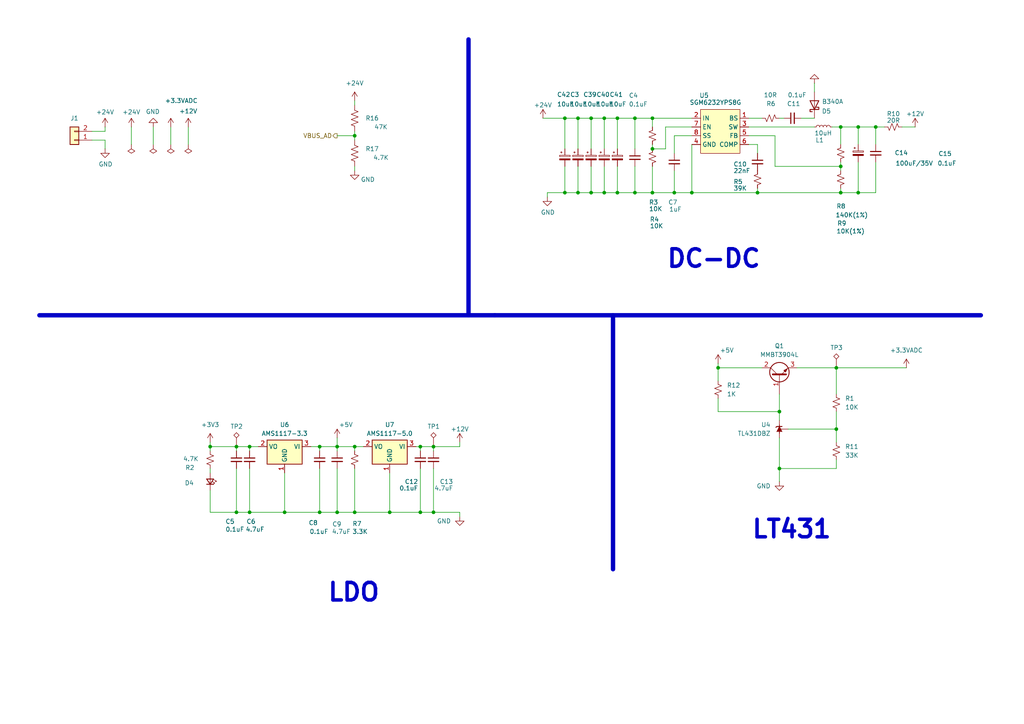
<source format=kicad_sch>
(kicad_sch (version 20231120) (generator "eeschema") (generator_version "8.0")
  (paper "A4")
  (lib_symbols
    (symbol "+12V_1" (power) (pin_numbers hide) (pin_names (offset 0) hide)
      (property "Value" "+12V" (at 0 3.556 0))
      (symbol "+12V_1_0_1"
        (polyline (pts (xy -0.762 1.27) (xy 0 2.54)))
        (polyline (pts (xy 0 0) (xy 0 2.54)))
        (polyline (pts (xy 0 2.54) (xy 0.762 1.27)))
      )
      (symbol "+12V_1_1_1"
        (pin power_in line (at 0 0 90) (length 0) (name "~") (number "1"))
      )
    )
    (symbol "+24V_1" (power) (pin_numbers hide) (pin_names (offset 0) hide)
      (property "Value" "+24V" (at 0 3.556 0))
      (symbol "+24V_1_0_1"
        (polyline (pts (xy -0.762 1.27) (xy 0 2.54)))
        (polyline (pts (xy 0 0) (xy 0 2.54)))
        (polyline (pts (xy 0 2.54) (xy 0.762 1.27)))
      )
      (symbol "+24V_1_1_1"
        (pin power_in line (at 0 0 90) (length 0) (name "~") (number "1"))
      )
    )
    (symbol "+24V_2" (power) (pin_numbers hide) (pin_names (offset 0) hide)
      (property "Value" "+24V" (at 0 3.556 0))
      (symbol "+24V_2_0_1"
        (polyline (pts (xy -0.762 1.27) (xy 0 2.54)))
        (polyline (pts (xy 0 0) (xy 0 2.54)))
        (polyline (pts (xy 0 2.54) (xy 0.762 1.27)))
      )
      (symbol "+24V_2_1_1"
        (pin power_in line (at 0 0 90) (length 0) (name "~") (number "1"))
      )
    )
    (symbol "+5V_1" (power) (pin_numbers hide) (pin_names (offset 0) hide)
      (property "Value" "+5V" (at 0 3.556 0))
      (symbol "+5V_1_0_1"
        (polyline (pts (xy -0.762 1.27) (xy 0 2.54)))
        (polyline (pts (xy 0 0) (xy 0 2.54)))
        (polyline (pts (xy 0 2.54) (xy 0.762 1.27)))
      )
      (symbol "+5V_1_1_1"
        (pin power_in line (at 0 0 90) (length 0) (name "~") (number "1"))
      )
    )
    (symbol "Connector:TestPoint_Alt" (pin_numbers hide) (pin_names (offset 0.762) hide)
      (property "Reference" "TP" (at 0 6.858 0))
      (property "Value" "TestPoint_Alt" (at 0 5.08 0))
      (symbol "TestPoint_Alt_0_1"
        (polyline (pts (xy 0 2.54) (xy -0.762 3.302) (xy 0 4.064) (xy 0.762 3.302) (xy 0 2.54)))
      )
      (symbol "TestPoint_Alt_1_1"
        (pin passive line (at 0 0 90) (length 2.54) (name "1") (number "1"))
      )
    )
    (symbol "Connector_Generic:Conn_01x02" (pin_names (offset 1.016) hide)
      (property "Reference" "J" (at 0 2.54 0))
      (property "Value" "Conn_01x02" (at 0 -5.08 0))
      (symbol "Conn_01x02_1_1"
        (rectangle (start -1.27 -2.413) (end 0 -2.667) (stroke (width 0.1524)))
        (rectangle (start -1.27 0.127) (end 0 -0.127) (stroke (width 0.1524)))
        (rectangle (start -1.27 1.27) (end 1.27 -3.81) (stroke (width 0.254)) (fill (type background)))
        (pin passive line (at -5.08 0 0) (length 3.81) (name "Pin_1") (number "1"))
        (pin passive line (at -5.08 -2.54 0) (length 3.81) (name "Pin_2") (number "2"))
      )
    )
    (symbol "Device:C_Polarized_Small" (pin_numbers hide) (pin_names (offset 0.254) hide)
      (property "Reference" "C" (at 0.254 1.778 0))
      (property "Value" "C_Polarized_Small" (at 0.254 -2.032 0))
      (symbol "C_Polarized_Small_0_1"
        (rectangle (start -1.524 -0.3048) (end 1.524 -0.6858) (fill (type outline)))
        (rectangle (start -1.524 0.6858) (end 1.524 0.3048))
        (polyline (pts (xy -1.27 1.524) (xy -0.762 1.524)))
        (polyline (pts (xy -1.016 1.27) (xy -1.016 1.778)))
      )
      (symbol "C_Polarized_Small_1_1"
        (pin passive line (at 0 2.54 270) (length 1.8542) (name "~") (number "1"))
        (pin passive line (at 0 -2.54 90) (length 1.8542) (name "~") (number "2"))
      )
    )
    (symbol "Device:C_Small" (pin_numbers hide) (pin_names (offset 0.254) hide)
      (property "Reference" "C" (at 0.254 1.778 0))
      (property "Value" "C_Small" (at 0.254 -2.032 0))
      (symbol "C_Small_0_1"
        (polyline (pts (xy -1.524 -0.508) (xy 1.524 -0.508)) (stroke (width 0.3302)))
        (polyline (pts (xy -1.524 0.508) (xy 1.524 0.508)) (stroke (width 0.3048)))
      )
      (symbol "C_Small_1_1"
        (pin passive line (at 0 2.54 270) (length 2.032) (name "~") (number "1"))
        (pin passive line (at 0 -2.54 90) (length 2.032) (name "~") (number "2"))
      )
    )
    (symbol "Device:LED_Small" (pin_numbers hide) (pin_names (offset 0.254) hide)
      (property "Reference" "D" (at -1.27 3.175 0))
      (property "Value" "LED_Small" (at -4.445 -2.54 0))
      (symbol "LED_Small_0_1"
        (polyline (pts (xy -0.762 -1.016) (xy -0.762 1.016)) (stroke (width 0.254)))
        (polyline (pts (xy 1.016 0) (xy -0.762 0)))
        (polyline (pts (xy 0.762 -1.016) (xy -0.762 0) (xy 0.762 1.016) (xy 0.762 -1.016)) (stroke (width 0.254)))
        (polyline (pts (xy 0 0.762) (xy -0.508 1.27) (xy -0.254 1.27) (xy -0.508 1.27) (xy -0.508 1.016)))
        (polyline (pts (xy 0.508 1.27) (xy 0 1.778) (xy 0.254 1.778) (xy 0 1.778) (xy 0 1.524)))
      )
      (symbol "LED_Small_1_1"
        (pin passive line (at -2.54 0 0) (length 1.778) (name "K") (number "1"))
        (pin passive line (at 2.54 0 180) (length 1.778) (name "A") (number "2"))
      )
    )
    (symbol "Device:L_Small" (pin_numbers hide) (pin_names (offset 0.254) hide)
      (property "Reference" "L" (at 0.762 1.016 0))
      (property "Value" "L_Small" (at 0.762 -1.016 0))
      (symbol "L_Small_0_1"
        (arc (start 0 -2.032) (mid 0.5058 -1.524) (end 0 -1.016))
        (arc (start 0 -1.016) (mid 0.5058 -0.508) (end 0 0))
        (arc (start 0 0) (mid 0.5058 0.508) (end 0 1.016))
        (arc (start 0 1.016) (mid 0.5058 1.524) (end 0 2.032))
      )
      (symbol "L_Small_1_1"
        (pin passive line (at 0 2.54 270) (length 0.508) (name "~") (number "1"))
        (pin passive line (at 0 -2.54 90) (length 0.508) (name "~") (number "2"))
      )
    )
    (symbol "Device:Q_NPN_BCE" (pin_names (offset 0) hide)
      (property "Reference" "Q" (at 5.08 1.27 0))
      (property "Value" "Q_NPN_BCE" (at 5.08 -1.27 0))
      (symbol "Q_NPN_BCE_0_1"
        (polyline (pts (xy 0.635 0.635) (xy 2.54 2.54)))
        (polyline (pts (xy 0.635 -0.635) (xy 2.54 -2.54) (xy 2.54 -2.54)))
        (polyline (pts (xy 0.635 1.905) (xy 0.635 -1.905) (xy 0.635 -1.905)) (stroke (width 0.508)))
        (polyline (pts (xy 1.27 -1.778) (xy 1.778 -1.27) (xy 2.286 -2.286) (xy 1.27 -1.778) (xy 1.27 -1.778)) (fill (type outline)))
        (circle (center 1.27 0) (radius 2.8194) (stroke (width 0.254)))
      )
      (symbol "Q_NPN_BCE_1_1"
        (pin input line (at -5.08 0 0) (length 5.715) (name "B") (number "1"))
        (pin passive line (at 2.54 5.08 270) (length 2.54) (name "C") (number "2"))
        (pin passive line (at 2.54 -5.08 90) (length 2.54) (name "E") (number "3"))
      )
    )
    (symbol "Device:R_Small_US" (pin_numbers hide) (pin_names (offset 0.254) hide)
      (property "Reference" "R" (at 0.762 0.508 0))
      (property "Value" "R_Small_US" (at 0.762 -1.016 0))
      (symbol "R_Small_US_1_1"
        (polyline (pts (xy 0 0) (xy 1.016 -0.381) (xy 0 -0.762) (xy -1.016 -1.143) (xy 0 -1.524)))
        (polyline (pts (xy 0 1.524) (xy 1.016 1.143) (xy 0 0.762) (xy -1.016 0.381) (xy 0 0)))
        (pin passive line (at 0 2.54 270) (length 1.016) (name "~") (number "1"))
        (pin passive line (at 0 -2.54 90) (length 1.016) (name "~") (number "2"))
      )
    )
    (symbol "Device:R_US" (pin_numbers hide) (pin_names (offset 0))
      (property "Reference" "R" (at 2.54 0 90))
      (property "Value" "R_US" (at -2.54 0 90))
      (symbol "R_US_0_1"
        (polyline (pts (xy 0 -2.286) (xy 0 -2.54)))
        (polyline (pts (xy 0 2.286) (xy 0 2.54)))
        (polyline (pts (xy 0 -0.762) (xy 1.016 -1.143) (xy 0 -1.524) (xy -1.016 -1.905) (xy 0 -2.286)))
        (polyline (pts (xy 0 0.762) (xy 1.016 0.381) (xy 0 0) (xy -1.016 -0.381) (xy 0 -0.762)))
        (polyline (pts (xy 0 2.286) (xy 1.016 1.905) (xy 0 1.524) (xy -1.016 1.143) (xy 0 0.762)))
      )
      (symbol "R_US_1_1"
        (pin passive line (at 0 3.81 270) (length 1.27) (name "~") (number "1"))
        (pin passive line (at 0 -3.81 90) (length 1.27) (name "~") (number "2"))
      )
    )
    (symbol "Diode:1N6857" (pin_numbers hide) (pin_names (offset 1.016) hide)
      (property "Reference" "D" (at 0 2.54 0))
      (property "Value" "1N6857" (at 0 -2.54 0))
      (symbol "1N6857_0_1"
        (polyline (pts (xy 1.27 0) (xy -1.27 0)))
        (polyline (pts (xy 1.27 1.27) (xy 1.27 -1.27) (xy -1.27 0) (xy 1.27 1.27)) (stroke (width 0.254)))
        (polyline (pts (xy -1.905 0.635) (xy -1.905 1.27) (xy -1.27 1.27) (xy -1.27 -1.27) (xy -0.635 -1.27) (xy -0.635 -0.635)) (stroke (width 0.254)))
      )
      (symbol "1N6857_1_1"
        (pin passive line (at -3.81 0 0) (length 2.54) (name "K") (number "1"))
        (pin passive line (at 3.81 0 180) (length 2.54) (name "A") (number "2"))
      )
    )
    (symbol "GND_1" (power) (pin_numbers hide) (pin_names (offset 0) hide)
      (property "Value" "GND" (at 0 -3.81 0))
      (symbol "GND_1_0_1"
        (polyline (pts (xy 0 0) (xy 0 -1.27) (xy 1.27 -1.27) (xy 0 -2.54) (xy -1.27 -1.27) (xy 0 -1.27)))
      )
      (symbol "GND_1_1_1"
        (pin power_in line (at 0 0 270) (length 0) (name "~") (number "1"))
      )
    )
    (symbol "GND_2" (power) (pin_numbers hide) (pin_names (offset 0) hide)
      (property "Value" "GND" (at 0 -3.81 0))
      (symbol "GND_2_0_1"
        (polyline (pts (xy 0 0) (xy 0 -1.27) (xy 1.27 -1.27) (xy 0 -2.54) (xy -1.27 -1.27) (xy 0 -1.27)))
      )
      (symbol "GND_2_1_1"
        (pin power_in line (at 0 0 270) (length 0) (name "~") (number "1"))
      )
    )
    (symbol "GND_3" (power) (pin_numbers hide) (pin_names (offset 0) hide)
      (property "Value" "GND" (at 0 -3.81 0))
      (symbol "GND_3_0_1"
        (polyline (pts (xy 0 0) (xy 0 -1.27) (xy 1.27 -1.27) (xy 0 -2.54) (xy -1.27 -1.27) (xy 0 -1.27)))
      )
      (symbol "GND_3_1_1"
        (pin power_in line (at 0 0 270) (length 0) (name "~") (number "1"))
      )
    )
    (symbol "GND_4" (power) (pin_numbers hide) (pin_names (offset 0) hide)
      (property "Value" "GND" (at 0 -3.81 0))
      (symbol "GND_4_0_1"
        (polyline (pts (xy 0 0) (xy 0 -1.27) (xy 1.27 -1.27) (xy 0 -2.54) (xy -1.27 -1.27) (xy 0 -1.27)))
      )
      (symbol "GND_4_1_1"
        (pin power_in line (at 0 0 270) (length 0) (name "~") (number "1"))
      )
    )
    (symbol "GND_5" (power) (pin_numbers hide) (pin_names (offset 0) hide)
      (property "Value" "GND" (at 0 -3.81 0))
      (symbol "GND_5_0_1"
        (polyline (pts (xy 0 0) (xy 0 -1.27) (xy 1.27 -1.27) (xy 0 -2.54) (xy -1.27 -1.27) (xy 0 -1.27)))
      )
      (symbol "GND_5_1_1"
        (pin power_in line (at 0 0 270) (length 0) (name "~") (number "1"))
      )
    )
    (symbol "Reference_Voltage:TL431DBZ" (pin_numbers hide) (pin_names hide)
      (property "Reference" "U" (at -2.54 2.54 0))
      (property "Value" "TL431DBZ" (at 0 -2.54 0))
      (symbol "TL431DBZ_0_1"
        (polyline (pts (xy -1.27 0) (xy 0 0) (xy 1.27 0)))
        (polyline (pts (xy -0.762 0.762) (xy 0.762 0) (xy -0.762 -0.762)) (fill (type outline)))
        (polyline (pts (xy 0.508 -1.016) (xy 0.762 -0.762) (xy 0.762 0.762) (xy 0.762 0.762)) (stroke (width 0.254)))
      )
      (symbol "TL431DBZ_1_1"
        (pin passive line (at 2.54 0 180) (length 2.54) (name "K") (number "1"))
        (pin passive line (at 0 2.54 270) (length 2.54) (name "REF") (number "2"))
        (pin passive line (at -2.54 0 0) (length 2.54) (name "A") (number "3"))
      )
    )
    (symbol "Regulator_Linear:AMS1117-3.3"
      (property "Reference" "U" (at -3.81 3.175 0))
      (property "Value" "AMS1117-3.3" (at 0 3.175 0))
      (symbol "AMS1117-3.3_0_1"
        (rectangle (start -5.08 -5.08) (end 5.08 1.905) (stroke (width 0.254)) (fill (type background)))
      )
      (symbol "AMS1117-3.3_1_1"
        (pin power_in line (at 0 -7.62 90) (length 2.54) (name "GND") (number "1"))
        (pin power_out line (at 7.62 0 180) (length 2.54) (name "VO") (number "2"))
        (pin power_in line (at -7.62 0 0) (length 2.54) (name "VI") (number "3"))
      )
    )
    (symbol "Regulator_Linear:AMS1117-5.0"
      (property "Reference" "U" (at -3.81 3.175 0))
      (property "Value" "AMS1117-5.0" (at 0 3.175 0))
      (symbol "AMS1117-5.0_0_1"
        (rectangle (start -5.08 -5.08) (end 5.08 1.905) (stroke (width 0.254)) (fill (type background)))
      )
      (symbol "AMS1117-5.0_1_1"
        (pin power_in line (at 0 -7.62 90) (length 2.54) (name "GND") (number "1"))
        (pin power_out line (at 7.62 0 180) (length 2.54) (name "VO") (number "2"))
        (pin power_in line (at -7.62 0 0) (length 2.54) (name "VI") (number "3"))
      )
    )
    (symbol "User_Power:SGM6232"
      (property "Reference" "U" (at 1.27 1.524 0))
      (symbol "SGM6232_1_1"
        (rectangle (start 0 0) (end 11.43 -12.7) (fill (type background)))
        (pin input line (at 13.97 -2.54 180) (length 2.54) (name "BS") (number "1"))
        (pin input line (at -2.54 -2.54 0) (length 2.54) (name "IN") (number "2"))
        (pin input line (at 13.97 -5.08 180) (length 2.54) (name "SW") (number "3"))
        (pin input line (at -2.54 -10.16 0) (length 2.54) (name "GND") (number "4"))
        (pin input line (at 13.97 -7.62 180) (length 2.54) (name "FB") (number "5"))
        (pin input line (at 13.97 -10.16 180) (length 2.54) (name "COMP") (number "6"))
        (pin input line (at -2.54 -5.08 0) (length 2.54) (name "EN") (number "7"))
        (pin input line (at -2.54 -7.62 0) (length 2.54) (name "SS") (number "8"))
      )
    )
    (symbol "power:+12V" (power) (pin_numbers hide) (pin_names (offset 0) hide)
      (property "Value" "+12V" (at 0 3.556 0))
      (symbol "+12V_0_1"
        (polyline (pts (xy -0.762 1.27) (xy 0 2.54)))
        (polyline (pts (xy 0 0) (xy 0 2.54)))
        (polyline (pts (xy 0 2.54) (xy 0.762 1.27)))
      )
      (symbol "+12V_1_1"
        (pin power_in line (at 0 0 90) (length 0) (name "~") (number "1"))
      )
    )
    (symbol "power:+24V" (power) (pin_numbers hide) (pin_names (offset 0) hide)
      (property "Value" "+24V" (at 0 3.556 0))
      (symbol "+24V_0_1"
        (polyline (pts (xy -0.762 1.27) (xy 0 2.54)))
        (polyline (pts (xy 0 0) (xy 0 2.54)))
        (polyline (pts (xy 0 2.54) (xy 0.762 1.27)))
      )
      (symbol "+24V_1_1"
        (pin power_in line (at 0 0 90) (length 0) (name "~") (number "1"))
      )
    )
    (symbol "power:+3.3V" (power) (pin_numbers hide) (pin_names (offset 0) hide)
      (property "Value" "+3.3V" (at 0 3.556 0))
      (symbol "+3.3V_0_1"
        (polyline (pts (xy -0.762 1.27) (xy 0 2.54)))
        (polyline (pts (xy 0 0) (xy 0 2.54)))
        (polyline (pts (xy 0 2.54) (xy 0.762 1.27)))
      )
      (symbol "+3.3V_1_1"
        (pin power_in line (at 0 0 90) (length 0) (name "~") (number "1"))
      )
    )
    (symbol "power:+3.3VADC" (power) (pin_numbers hide) (pin_names (offset 0) hide)
      (property "Value" "+3.3VADC" (at 0 3.556 0))
      (symbol "+3.3VADC_0_0"
        (pin power_in line (at 0 0 90) (length 0) (name "~") (number "1"))
      )
      (symbol "+3.3VADC_0_1"
        (polyline (pts (xy -0.762 1.27) (xy 0 2.54)))
        (polyline (pts (xy 0 0) (xy 0 2.54)))
        (polyline (pts (xy 0 2.54) (xy 0.762 1.27)))
      )
    )
    (symbol "power:+5V" (power) (pin_numbers hide) (pin_names (offset 0) hide)
      (property "Value" "+5V" (at 0 3.556 0))
      (symbol "+5V_0_1"
        (polyline (pts (xy -0.762 1.27) (xy 0 2.54)))
        (polyline (pts (xy 0 0) (xy 0 2.54)))
        (polyline (pts (xy 0 2.54) (xy 0.762 1.27)))
      )
      (symbol "+5V_1_1"
        (pin power_in line (at 0 0 90) (length 0) (name "~") (number "1"))
      )
    )
    (symbol "power:GND" (power) (pin_numbers hide) (pin_names (offset 0) hide)
      (property "Value" "GND" (at 0 -3.81 0))
      (symbol "GND_0_1"
        (polyline (pts (xy 0 0) (xy 0 -1.27) (xy 1.27 -1.27) (xy 0 -2.54) (xy -1.27 -1.27) (xy 0 -1.27)))
      )
      (symbol "GND_1_1"
        (pin power_in line (at 0 0 270) (length 0) (name "~") (number "1"))
      )
    )
    (symbol "power:PWR_FLAG" (power) (pin_numbers hide) (pin_names (offset 0) hide)
      (property "Value" "PWR_FLAG" (at 0 3.81 0))
      (symbol "PWR_FLAG_0_0"
        (pin power_out line (at 0 0 90) (length 0) (name "~") (number "1"))
      )
      (symbol "PWR_FLAG_0_1"
        (polyline (pts (xy 0 0) (xy 0 1.27) (xy -1.016 1.905) (xy 0 2.54) (xy 1.016 1.905) (xy 0 1.27)))
      )
    )
  )
  (junction (at 102.87 129.54))
  (junction (at 82.55 148.59))
  (junction (at 189.23 43.18))
  (junction (at 242.57 124.46))
  (junction (at 243.84 48.26))
  (junction (at 167.64 34.29))
  (junction (at 243.84 55.88))
  (junction (at 97.79 129.54))
  (junction (at 68.58 129.54))
  (junction (at 248.92 36.83))
  (junction (at 72.39 148.59))
  (junction (at 226.06 119.38))
  (junction (at 125.73 148.59))
  (junction (at 208.28 106.68))
  (junction (at 179.07 55.88))
  (junction (at 189.23 34.29))
  (junction (at 171.45 55.88))
  (junction (at 97.79 148.59))
  (junction (at 68.58 148.59))
  (junction (at 163.83 34.29))
  (junction (at 243.84 36.83))
  (junction (at 200.66 55.88))
  (junction (at 92.71 129.54))
  (junction (at 113.03 148.59))
  (junction (at 184.15 34.29))
  (junction (at 102.87 39.37))
  (junction (at 121.92 129.54))
  (junction (at 92.71 148.59))
  (junction (at 125.73 129.54))
  (junction (at 175.26 34.29))
  (junction (at 184.15 55.88))
  (junction (at 219.71 55.88))
  (junction (at 179.07 34.29))
  (junction (at 242.57 106.68))
  (junction (at 72.39 129.54))
  (junction (at 175.26 55.88))
  (junction (at 121.92 148.59))
  (junction (at 171.45 34.29))
  (junction (at 60.96 129.54))
  (junction (at 189.23 55.88))
  (junction (at 248.92 55.88))
  (junction (at 226.06 135.89))
  (junction (at 102.87 148.59))
  (junction (at 163.83 55.88))
  (junction (at 195.58 55.88))
  (junction (at 167.64 55.88))
  (junction (at 254 36.83))
  (wire (pts (xy 254 46.99) (xy 254 55.88)))
  (wire (pts (xy 228.6 124.46) (xy 242.57 124.46)))
  (wire (pts (xy 72.39 129.54) (xy 72.39 130.81)))
  (wire (pts (xy 224.79 48.26) (xy 243.84 48.26)))
  (wire (pts (xy 82.55 137.16) (xy 82.55 148.59)))
  (wire (pts (xy 193.04 36.83) (xy 200.66 36.83)))
  (wire (pts (xy 208.28 106.68) (xy 208.28 110.49)))
  (wire (pts (xy 217.17 34.29) (xy 220.98 34.29)))
  (wire (pts (xy 175.26 34.29) (xy 175.26 43.18)))
  (wire (pts (xy 92.71 129.54) (xy 92.71 130.81)))
  (wire (pts (xy 102.87 39.37) (xy 102.87 40.64)))
  (wire (pts (xy 254 36.83) (xy 256.54 36.83)))
  (wire (pts (xy 44.45 36.83) (xy 44.45 41.91)))
  (wire (pts (xy 60.96 128.27) (xy 60.96 129.54)))
  (wire (pts (xy 243.84 55.88) (xy 248.92 55.88)))
  (wire (pts (xy 49.53 36.83) (xy 49.53 41.91)))
  (wire (pts (xy 54.61 36.83) (xy 54.61 41.91)))
  (wire (pts (xy 97.79 129.54) (xy 97.79 130.81)))
  (wire (pts (xy 224.79 39.37) (xy 224.79 48.26)))
  (polyline (pts (xy 143.51 91.44) (xy 284.48 91.44)) (stroke (width 1.27)))
  (wire (pts (xy 167.64 48.26) (xy 167.64 55.88)))
  (wire (pts (xy 184.15 48.26) (xy 184.15 55.88)))
  (wire (pts (xy 254 36.83) (xy 254 41.91)))
  (wire (pts (xy 243.84 36.83) (xy 248.92 36.83)))
  (wire (pts (xy 60.96 148.59) (xy 60.96 142.24)))
  (wire (pts (xy 226.06 114.3) (xy 226.06 119.38)))
  (wire (pts (xy 232.41 34.29) (xy 236.22 34.29)))
  (wire (pts (xy 26.67 38.1) (xy 30.48 38.1)))
  (wire (pts (xy 179.07 48.26) (xy 179.07 55.88)))
  (wire (pts (xy 248.92 36.83) (xy 248.92 41.91)))
  (wire (pts (xy 243.84 46.99) (xy 243.84 48.26)))
  (wire (pts (xy 102.87 129.54) (xy 105.41 129.54)))
  (wire (pts (xy 38.1 36.83) (xy 38.1 41.91)))
  (polyline (pts (xy 177.8 91.44) (xy 177.8 165.1)) (stroke (width 1.27)))
  (wire (pts (xy 68.58 129.54) (xy 72.39 129.54)))
  (wire (pts (xy 184.15 55.88) (xy 189.23 55.88)))
  (wire (pts (xy 72.39 135.89) (xy 72.39 148.59)))
  (wire (pts (xy 92.71 148.59) (xy 97.79 148.59)))
  (wire (pts (xy 200.66 41.91) (xy 200.66 55.88)))
  (wire (pts (xy 102.87 38.1) (xy 102.87 39.37)))
  (wire (pts (xy 102.87 148.59) (xy 113.03 148.59)))
  (wire (pts (xy 125.73 129.54) (xy 133.35 129.54)))
  (wire (pts (xy 158.75 55.88) (xy 163.83 55.88)))
  (wire (pts (xy 208.28 115.57) (xy 208.28 119.38)))
  (wire (pts (xy 133.35 128.27) (xy 133.35 129.54)))
  (wire (pts (xy 60.96 135.89) (xy 60.96 137.16)))
  (wire (pts (xy 189.23 34.29) (xy 189.23 36.83)))
  (wire (pts (xy 195.58 39.37) (xy 195.58 44.45)))
  (wire (pts (xy 125.73 135.89) (xy 125.73 148.59)))
  (wire (pts (xy 82.55 148.59) (xy 92.71 148.59)))
  (wire (pts (xy 133.35 148.59) (xy 133.35 149.86)))
  (wire (pts (xy 90.17 129.54) (xy 92.71 129.54)))
  (wire (pts (xy 195.58 49.53) (xy 195.58 55.88)))
  (wire (pts (xy 60.96 129.54) (xy 60.96 130.81)))
  (wire (pts (xy 243.84 48.26) (xy 243.84 49.53)))
  (wire (pts (xy 68.58 129.54) (xy 68.58 130.81)))
  (wire (pts (xy 26.67 40.64) (xy 30.48 40.64)))
  (wire (pts (xy 231.14 106.68) (xy 242.57 106.68)))
  (wire (pts (xy 163.83 48.26) (xy 163.83 55.88)))
  (wire (pts (xy 219.71 54.61) (xy 219.71 55.88)))
  (wire (pts (xy 125.73 129.54) (xy 125.73 130.81)))
  (wire (pts (xy 226.06 34.29) (xy 227.33 34.29)))
  (wire (pts (xy 68.58 135.89) (xy 68.58 148.59)))
  (wire (pts (xy 171.45 55.88) (xy 175.26 55.88)))
  (wire (pts (xy 167.64 55.88) (xy 171.45 55.88)))
  (wire (pts (xy 217.17 41.91) (xy 219.71 41.91)))
  (wire (pts (xy 236.22 24.13) (xy 236.22 26.67)))
  (wire (pts (xy 208.28 105.41) (xy 208.28 106.68)))
  (wire (pts (xy 242.57 133.35) (xy 242.57 135.89)))
  (wire (pts (xy 175.26 34.29) (xy 179.07 34.29)))
  (wire (pts (xy 189.23 41.91) (xy 189.23 43.18)))
  (wire (pts (xy 157.48 34.29) (xy 163.83 34.29)))
  (wire (pts (xy 242.57 124.46) (xy 242.57 128.27)))
  (wire (pts (xy 163.83 34.29) (xy 167.64 34.29)))
  (wire (pts (xy 97.79 127) (xy 97.79 129.54)))
  (wire (pts (xy 167.64 34.29) (xy 171.45 34.29)))
  (wire (pts (xy 248.92 55.88) (xy 254 55.88)))
  (wire (pts (xy 261.62 36.83) (xy 265.43 36.83)))
  (wire (pts (xy 60.96 148.59) (xy 68.58 148.59)))
  (polyline (pts (xy 11.43 91.44) (xy 143.51 91.44)) (stroke (width 1.27)))
  (wire (pts (xy 133.35 148.59) (xy 125.73 148.59)))
  (wire (pts (xy 175.26 55.88) (xy 179.07 55.88)))
  (wire (pts (xy 92.71 135.89) (xy 92.71 148.59)))
  (wire (pts (xy 200.66 55.88) (xy 219.71 55.88)))
  (wire (pts (xy 97.79 148.59) (xy 102.87 148.59)))
  (wire (pts (xy 72.39 129.54) (xy 74.93 129.54)))
  (wire (pts (xy 92.71 129.54) (xy 97.79 129.54)))
  (wire (pts (xy 102.87 129.54) (xy 102.87 130.81)))
  (wire (pts (xy 242.57 119.38) (xy 242.57 124.46)))
  (wire (pts (xy 208.28 106.68) (xy 220.98 106.68)))
  (wire (pts (xy 219.71 41.91) (xy 219.71 44.45)))
  (wire (pts (xy 226.06 119.38) (xy 226.06 121.92)))
  (wire (pts (xy 163.83 34.29) (xy 163.83 43.18)))
  (wire (pts (xy 121.92 129.54) (xy 125.73 129.54)))
  (wire (pts (xy 68.58 148.59) (xy 72.39 148.59)))
  (wire (pts (xy 248.92 46.99) (xy 248.92 55.88)))
  (wire (pts (xy 175.26 48.26) (xy 175.26 55.88)))
  (wire (pts (xy 195.58 55.88) (xy 200.66 55.88)))
  (wire (pts (xy 171.45 48.26) (xy 171.45 55.88)))
  (wire (pts (xy 121.92 135.89) (xy 121.92 148.59)))
  (wire (pts (xy 242.57 106.68) (xy 242.57 114.3)))
  (wire (pts (xy 189.23 55.88) (xy 195.58 55.88)))
  (wire (pts (xy 102.87 29.21) (xy 102.87 30.48)))
  (wire (pts (xy 102.87 48.26) (xy 102.87 49.53)))
  (wire (pts (xy 30.48 36.83) (xy 30.48 38.1)))
  (wire (pts (xy 217.17 36.83) (xy 236.22 36.83)))
  (wire (pts (xy 163.83 55.88) (xy 167.64 55.88)))
  (wire (pts (xy 120.65 129.54) (xy 121.92 129.54)))
  (wire (pts (xy 97.79 129.54) (xy 102.87 129.54)))
  (wire (pts (xy 158.75 55.88) (xy 158.75 57.15)))
  (wire (pts (xy 97.79 135.89) (xy 97.79 148.59)))
  (polyline (pts (xy 135.89 11.43) (xy 135.89 91.44)) (stroke (width 1.27)))
  (wire (pts (xy 219.71 55.88) (xy 243.84 55.88)))
  (wire (pts (xy 125.73 148.59) (xy 121.92 148.59)))
  (wire (pts (xy 217.17 39.37) (xy 224.79 39.37)))
  (wire (pts (xy 167.64 34.29) (xy 167.64 43.18)))
  (wire (pts (xy 248.92 36.83) (xy 254 36.83)))
  (wire (pts (xy 184.15 34.29) (xy 184.15 43.18)))
  (wire (pts (xy 243.84 36.83) (xy 243.84 41.91)))
  (wire (pts (xy 171.45 34.29) (xy 175.26 34.29)))
  (wire (pts (xy 189.23 48.26) (xy 189.23 55.88)))
  (wire (pts (xy 171.45 34.29) (xy 171.45 43.18)))
  (wire (pts (xy 184.15 34.29) (xy 189.23 34.29)))
  (wire (pts (xy 102.87 135.89) (xy 102.87 148.59)))
  (wire (pts (xy 179.07 34.29) (xy 179.07 43.18)))
  (wire (pts (xy 243.84 54.61) (xy 243.84 55.88)))
  (wire (pts (xy 82.55 148.59) (xy 72.39 148.59)))
  (wire (pts (xy 68.58 129.54) (xy 60.96 129.54)))
  (wire (pts (xy 200.66 39.37) (xy 195.58 39.37)))
  (wire (pts (xy 179.07 55.88) (xy 184.15 55.88)))
  (wire (pts (xy 242.57 106.68) (xy 262.89 106.68)))
  (wire (pts (xy 113.03 137.16) (xy 113.03 148.59)))
  (wire (pts (xy 113.03 148.59) (xy 121.92 148.59)))
  (wire (pts (xy 193.04 43.18) (xy 193.04 36.83)))
  (wire (pts (xy 241.3 36.83) (xy 243.84 36.83)))
  (wire (pts (xy 189.23 43.18) (xy 193.04 43.18)))
  (wire (pts (xy 121.92 129.54) (xy 121.92 130.81)))
  (wire (pts (xy 97.79 39.37) (xy 102.87 39.37)))
  (wire (pts (xy 208.28 119.38) (xy 226.06 119.38)))
  (wire (pts (xy 226.06 127) (xy 226.06 135.89)))
  (wire (pts (xy 242.57 135.89) (xy 226.06 135.89)))
  (wire (pts (xy 30.48 40.64) (xy 30.48 43.18)))
  (wire (pts (xy 179.07 34.29) (xy 184.15 34.29)))
  (wire (pts (xy 189.23 34.29) (xy 200.66 34.29)))
  (wire (pts (xy 226.06 135.89) (xy 226.06 139.7)))
  (text "LT431\n\n" (at 229.616 157.734 0) (effects (font (size 5.08 5.08) (thickness 1.016) (bold yes))))
  (text "DC-DC" (at 207.01 75.184 0) (effects (font (size 5.08 5.08) (thickness 1.016) (bold yes))))
  (text "LDO" (at 102.616 171.958 0) (effects (font (size 5.08 5.08) (thickness 1.016) (bold yes))))
  (hierarchical_label "VBUS_AD" (shape output) (at 97.79 39.37 180))
  (symbol (lib_name "+24V_2") (lib_id "power:+24V") (at 38.1 36.83 0) (unit 1)
    (property "Reference" "#PWR06" (effects (hide yes)))
    (property "Value" "+24V" (at 38.1 32.512 0))
    (property "Description" "Power symbol creates a global label with name \"+24V\"" (effects (hide yes)))
  )
  (symbol (lib_id "Connector_Generic:Conn_01x02") (at 21.59 40.64 180) (unit 1)
    (property "Reference" "J1" (at 21.59 34.29 0))
    (property "Value" "Conn_01x02" (effects (hide yes)))
    (property "Footprint" "Connector_PinHeader_2.54mm:PinHeader_1x02_P2.54mm_Vertical" (effects (hide yes)))
    (property "Description" "Generic connector, single row, 01x02, script generated (kicad-library-utils/schlib/autogen/connector/)" (effects (hide yes)))
  )
  (symbol (lib_id "Device:C_Polarized_Small") (at 248.92 44.45 0) (unit 1)
    (property "Reference" "C14" (at 259.461 44.323 0) (effects (justify left)))
    (property "Value" "100uF/35V" (at 259.715 47.371 0) (effects (justify left)))
    (property "Footprint" "Capacitor_SMD:C_1206_3216Metric_Pad1.33x1.80mm_HandSolder" (effects (hide yes)))
  )
  (symbol (lib_id "Device:C_Small") (at 195.58 46.99 0) (unit 1)
    (property "Reference" "C7" (at 193.802 58.674 0) (effects (justify left)))
    (property "Value" "1uF" (at 194.056 60.706 0) (effects (justify left)))
    (property "Footprint" "Capacitor_SMD:C_0603_1608Metric" (effects (hide yes)))
  )
  (symbol (lib_name "+12V_1") (lib_id "power:+12V") (at 54.61 36.83 0) (unit 1)
    (property "Reference" "#PWR09" (effects (hide yes)))
    (property "Value" "+12V" (at 54.61 32.258 0))
    (property "Description" "Power symbol creates a global label with name \"+12V\"" (effects (hide yes)))
  )
  (symbol (lib_id "Diode:1N6857") (at 236.22 30.48 90) (unit 1)
    (property "Reference" "D5" (at 241.046 32.258 90) (effects (justify left)))
    (property "Value" "B340A" (at 244.602 29.464 90) (effects (justify left)))
    (property "Footprint" "Diode_SMD:D_SMA" (effects (hide yes)))
    (property "Datasheet" "https://www.microsemi.com/document-portal/doc_download/8865-lds-0040-datasheet" (effects (hide yes)))
  )
  (symbol (lib_name "GND_1") (lib_id "power:GND") (at 133.35 149.86 0) (mirror y) (unit 1)
    (property "Reference" "#PWR011" (effects (hide yes)))
    (property "Value" "GND" (at 130.81 151.1299 0) (effects (justify left)))
    (property "Description" "Power symbol creates a global label with name \"GND\" , ground" (effects (hide yes)))
  )
  (symbol (lib_id "Device:C_Polarized_Small") (at 167.64 45.72 0) (unit 1)
    (property "Reference" "C3" (at 165.354 27.432 0) (effects (justify left)))
    (property "Value" "10uF" (at 165.354 30.226 0) (effects (justify left)))
    (property "Footprint" "Capacitor_SMD:C_1206_3216Metric_Pad1.33x1.80mm_HandSolder" (effects (hide yes)))
  )
  (symbol (lib_id "Device:Q_NPN_BCE") (at 226.06 109.22 90) (unit 1)
    (property "Reference" "Q1" (at 226.06 100.33 90))
    (property "Value" "MMBT3904L" (at 226.06 102.87 90))
    (property "Footprint" "Package_TO_SOT_SMD:SOT-23" (effects (hide yes)))
    (property "Description" "NPN transistor, base/collector/emitter" (effects (hide yes)))
  )
  (symbol (lib_name "GND_5") (lib_id "power:GND") (at 158.75 57.15 0) (unit 1)
    (property "Reference" "#PWR05" (effects (hide yes)))
    (property "Value" "GND" (at 156.845 61.595 0) (effects (justify left)))
    (property "Description" "Power symbol creates a global label with name \"GND\" , ground" (effects (hide yes)))
  )
  (symbol (lib_id "Device:R_US") (at 102.87 44.45 0) (unit 1)
    (property "Reference" "R17" (at 107.95 43.18 0))
    (property "Value" "4.7K" (at 110.49 45.72 0))
    (property "Footprint" "Resistor_SMD:R_0603_1608Metric" (effects (hide yes)))
  )
  (symbol (lib_name "GND_3") (lib_id "power:GND") (at 44.45 36.83 180) (unit 1)
    (property "Reference" "#PWR014" (effects (hide yes)))
    (property "Value" "GND" (at 46.355 32.385 0) (effects (justify left)))
    (property "Description" "Power symbol creates a global label with name \"GND\" , ground" (effects (hide yes)))
  )
  (symbol (lib_id "Device:R_Small_US") (at 243.84 44.45 0) (mirror y) (unit 1)
    (property "Reference" "R8" (at 242.57 59.817 0) (effects (justify right)))
    (property "Value" "140K(1%)" (at 242.316 62.357 0) (effects (justify right)))
    (property "Footprint" "Resistor_SMD:R_0603_1608Metric" (effects (hide yes)))
  )
  (symbol (lib_name "GND_2") (lib_id "power:GND") (at 30.48 43.18 0) (unit 1)
    (property "Reference" "#PWR01" (effects (hide yes)))
    (property "Value" "GND" (at 28.575 47.625 0) (effects (justify left)))
    (property "Description" "Power symbol creates a global label with name \"GND\" , ground" (effects (hide yes)))
  )
  (symbol (lib_id "power:GND") (at 102.87 49.53 0) (unit 1)
    (property "Reference" "#PWR039" (effects (hide yes)))
    (property "Value" "GND" (at 106.68 52.07 0))
    (property "Description" "Power symbol creates a global label with name \"GND\" , ground" (effects (hide yes)))
  )
  (symbol (lib_name "+12V_1") (lib_id "power:+12V") (at 265.43 36.83 0) (unit 1)
    (property "Reference" "#PWR013" (effects (hide yes)))
    (property "Value" "+12V" (at 265.43 33.02 0))
    (property "Description" "Power symbol creates a global label with name \"+12V\"" (effects (hide yes)))
  )
  (symbol (lib_id "power:+5V") (at 208.28 105.41 0) (mirror y) (unit 1)
    (property "Reference" "#PWR019" (effects (hide yes)))
    (property "Value" "+5V" (at 210.82 101.6 0))
    (property "Description" "Power symbol creates a global label with name \"+5V\"" (effects (hide yes)))
  )
  (symbol (lib_id "Reference_Voltage:TL431DBZ") (at 226.06 124.46 270) (mirror x) (unit 1)
    (property "Reference" "U4" (at 223.52 123.1899 90) (effects (justify right)))
    (property "Value" "TL431DBZ" (at 223.52 125.7299 90) (effects (justify right)))
    (property "Footprint" "Package_TO_SOT_SMD:SOT-23" (effects (hide yes)))
    (property "Datasheet" "http://www.ti.com/lit/ds/symlink/tl431.pdf" (effects (hide yes)))
    (property "Description" "Shunt Regulator, SOT-23" (effects (hide yes)))
  )
  (symbol (lib_id "power:GND") (at 226.06 139.7 0) (mirror y) (unit 1)
    (property "Reference" "#PWR07" (effects (hide yes)))
    (property "Value" "GND" (at 223.52 140.9699 0) (effects (justify left)))
    (property "Description" "Power symbol creates a global label with name \"GND\" , ground" (effects (hide yes)))
  )
  (symbol (lib_id "power:PWR_FLAG") (at 54.61 41.91 180) (unit 1)
    (property "Reference" "#FLG03" (effects (hide yes)))
    (property "Value" "PWR_FLAG" (effects (hide yes)))
    (property "Description" "Special symbol for telling ERC where power comes from" (effects (hide yes)))
  )
  (symbol (lib_name "+24V_1") (lib_id "power:+24V") (at 30.48 36.83 0) (unit 1)
    (property "Reference" "#PWR03" (effects (hide yes)))
    (property "Value" "+24V" (at 30.48 32.512 0))
    (property "Description" "Power symbol creates a global label with name \"+24V\"" (effects (hide yes)))
  )
  (symbol (lib_id "power:+3.3VADC") (at 49.53 36.83 0) (unit 1)
    (property "Reference" "#PWR020" (effects (hide yes)))
    (property "Value" "+3.3VADC" (at 52.578 29.21 0))
    (property "Description" "Power symbol creates a global label with name \"+3.3VADC\"" (effects (hide yes)))
  )
  (symbol (lib_id "Device:R_US") (at 102.87 34.29 0) (unit 1)
    (property "Reference" "R16" (at 107.95 34.29 0))
    (property "Value" "47K" (at 110.49 36.83 0))
    (property "Footprint" "Resistor_SMD:R_0603_1608Metric" (effects (hide yes)))
  )
  (symbol (lib_id "Device:C_Polarized_Small") (at 179.07 45.72 0) (unit 1)
    (property "Reference" "C41" (at 176.784 27.432 0) (effects (justify left)))
    (property "Value" "10uF" (at 176.784 30.226 0) (effects (justify left)))
    (property "Footprint" "Capacitor_SMD:C_1206_3216Metric_Pad1.33x1.80mm_HandSolder" (effects (hide yes)))
  )
  (symbol (lib_id "Device:R_Small_US") (at 102.87 133.35 0) (unit 1)
    (property "Reference" "R7" (at 104.902 151.892 0) (effects (justify right)))
    (property "Value" "3.3K" (at 106.68 154.178 0) (effects (justify right)))
    (property "Footprint" "Resistor_SMD:R_0603_1608Metric" (effects (hide yes)))
  )
  (symbol (lib_id "power:+12V") (at 133.35 128.27 0) (unit 1)
    (property "Reference" "#PWR017" (effects (hide yes)))
    (property "Value" "+12V" (at 133.35 124.46 0))
    (property "Description" "Power symbol creates a global label with name \"+12V\"" (effects (hide yes)))
  )
  (symbol (lib_id "Device:R_Small_US") (at 242.57 116.84 0) (unit 1)
    (property "Reference" "R1" (at 245.11 115.5699 0) (effects (justify left)))
    (property "Value" "10K" (at 245.11 118.1099 0) (effects (justify left)))
    (property "Footprint" "Resistor_SMD:R_0603_1608Metric_Pad0.98x0.95mm_HandSolder" (effects (hide yes)))
    (property "Description" "Resistor, small US symbol" (effects (hide yes)))
  )
  (symbol (lib_name "+5V_1") (lib_id "power:+5V") (at 97.79 127 0) (mirror y) (unit 1)
    (property "Reference" "#PWR08" (effects (hide yes)))
    (property "Value" "+5V" (at 100.33 123.19 0))
    (property "Description" "Power symbol creates a global label with name \"+5V\"" (effects (hide yes)))
  )
  (symbol (lib_id "power:+24V") (at 102.87 29.21 0) (unit 1)
    (property "Reference" "#PWR038" (effects (hide yes)))
    (property "Value" "+24V" (at 102.87 24.13 0))
    (property "Description" "Power symbol creates a global label with name \"+24V\"" (effects (hide yes)))
  )
  (symbol (lib_id "Connector:TestPoint_Alt") (at 242.57 106.68 0) (unit 1)
    (property "Reference" "TP3" (at 240.792 100.838 0) (effects (justify left)))
    (property "Value" "TestPoint_Alt" (effects (hide yes)))
    (property "Footprint" "TestPoint:TestPoint_Pad_D1.0mm" (effects (hide yes)))
    (property "Description" "test point (alternative shape)" (effects (hide yes)))
  )
  (symbol (lib_id "Regulator_Linear:AMS1117-3.3") (at 82.55 129.54 0) (mirror y) (unit 1)
    (property "Reference" "U6" (at 82.55 123.19 0))
    (property "Value" "AMS1117-3.3" (at 82.55 125.73 0))
    (property "Footprint" "Package_TO_SOT_SMD:SOT-223-3_TabPin2" (effects (hide yes)))
    (property "Datasheet" "http://www.advanced-monolithic.com/pdf/ds1117.pdf" (effects (hide yes)))
    (property "Description" "1A Low Dropout regulator, positive, 3.3V fixed output, SOT-223" (effects (hide yes)))
  )
  (symbol (lib_id "Device:C_Small") (at 121.92 133.35 0) (mirror y) (unit 1)
    (property "Reference" "C12" (at 121.285 139.7 0) (effects (justify left)))
    (property "Value" "0.1uF" (at 121.285 141.605 0) (effects (justify left)))
    (property "Footprint" "Capacitor_SMD:C_0603_1608Metric" (effects (hide yes)))
  )
  (symbol (lib_id "Device:L_Small") (at 238.76 36.83 90) (unit 1)
    (property "Reference" "L1" (at 237.744 40.64 90))
    (property "Value" "10uH" (at 238.76 38.608 90))
    (property "Footprint" "Inductor_SMD:L_Abracon_ASPI-0630LR" (effects (hide yes)))
  )
  (symbol (lib_id "Device:C_Small") (at 229.87 34.29 90) (unit 1)
    (property "Reference" "C11" (at 232.156 30.099 90) (effects (justify left)))
    (property "Value" "0.1uF" (at 233.934 27.559 90) (effects (justify left)))
    (property "Footprint" "Capacitor_SMD:C_0603_1608Metric" (effects (hide yes)))
  )
  (symbol (lib_id "Device:C_Small") (at 72.39 133.35 0) (mirror y) (unit 1)
    (property "Reference" "C6" (at 74.168 151.257 0) (effects (justify left)))
    (property "Value" "4.7uF" (at 76.708 153.543 0) (effects (justify left)))
    (property "Footprint" "Capacitor_SMD:C_0805_2012Metric" (effects (hide yes)))
  )
  (symbol (lib_id "Device:R_Small_US") (at 189.23 39.37 0) (mirror y) (unit 1)
    (property "Reference" "R3" (at 188.214 58.674 0) (effects (justify right)))
    (property "Value" "10K" (at 188.214 60.579 0) (effects (justify right)))
    (property "Footprint" "Resistor_SMD:R_0603_1608Metric" (effects (hide yes)))
  )
  (symbol (lib_id "Device:C_Small") (at 219.71 46.99 0) (unit 1)
    (property "Reference" "C10" (at 212.725 47.625 0) (effects (justify left)))
    (property "Value" "22nF" (at 212.725 49.53 0) (effects (justify left)))
    (property "Footprint" "Capacitor_SMD:C_0603_1608Metric" (effects (hide yes)))
  )
  (symbol (lib_id "Device:R_Small_US") (at 243.84 52.07 0) (mirror y) (unit 1)
    (property "Reference" "R9" (at 242.824 64.77 0) (effects (justify right)))
    (property "Value" "10K(1%)" (at 242.57 67.056 0) (effects (justify right)))
    (property "Footprint" "Resistor_SMD:R_0603_1608Metric" (effects (hide yes)))
  )
  (symbol (lib_id "Device:C_Small") (at 125.73 133.35 0) (mirror y) (unit 1)
    (property "Reference" "C13" (at 131.445 139.7 0) (effects (justify left)))
    (property "Value" "4.7uF" (at 131.445 141.605 0) (effects (justify left)))
    (property "Footprint" "Capacitor_SMD:C_0805_2012Metric" (effects (hide yes)))
  )
  (symbol (lib_id "User_Power:SGM6232") (at 203.2 31.75 0) (unit 1)
    (property "Reference" "U5" (at 204.216 27.686 0))
    (property "Value" "SGM6232YPS8G" (at 207.518 29.718 0))
    (property "Footprint" "Package_SO:SOIC-8_3.9x4.9mm_P1.27mm" (effects (hide yes)))
  )
  (symbol (lib_id "Device:R_Small_US") (at 219.71 52.07 0) (mirror y) (unit 1)
    (property "Reference" "R5" (at 212.725 52.705 0) (effects (justify right)))
    (property "Value" "39K" (at 212.725 54.61 0) (effects (justify right)))
    (property "Footprint" "Resistor_SMD:R_0603_1608Metric" (effects (hide yes)))
  )
  (symbol (lib_id "Connector:TestPoint_Alt") (at 68.58 129.54 0) (unit 1)
    (property "Reference" "TP2" (at 66.802 123.698 0) (effects (justify left)))
    (property "Value" "TestPoint_Alt" (effects (hide yes)))
    (property "Footprint" "TestPoint:TestPoint_Pad_D1.0mm" (effects (hide yes)))
    (property "Description" "test point (alternative shape)" (effects (hide yes)))
  )
  (symbol (lib_id "power:PWR_FLAG") (at 49.53 41.91 180) (unit 1)
    (property "Reference" "#FLG05" (effects (hide yes)))
    (property "Value" "PWR_FLAG" (effects (hide yes)))
    (property "Description" "Special symbol for telling ERC where power comes from" (effects (hide yes)))
  )
  (symbol (lib_id "Device:C_Small") (at 254 44.45 0) (unit 1)
    (property "Reference" "C15" (at 272.161 44.577 0) (effects (justify left)))
    (property "Value" "0.1uF" (at 271.907 47.371 0) (effects (justify left)))
    (property "Footprint" "Capacitor_SMD:C_0603_1608Metric" (effects (hide yes)))
  )
  (symbol (lib_id "Device:C_Small") (at 92.71 133.35 0) (mirror y) (unit 1)
    (property "Reference" "C8" (at 92.202 151.638 0) (effects (justify left)))
    (property "Value" "0.1uF" (at 95.25 154.178 0) (effects (justify left)))
    (property "Footprint" "Capacitor_SMD:C_0603_1608Metric" (effects (hide yes)))
  )
  (symbol (lib_id "Device:R_Small_US") (at 259.08 36.83 90) (mirror x) (unit 1)
    (property "Reference" "R10" (at 257.175 33.02 90) (effects (justify right)))
    (property "Value" "20R" (at 257.175 34.925 90) (effects (justify right)))
    (property "Footprint" "Resistor_SMD:R_0603_1608Metric" (effects (hide yes)))
  )
  (symbol (lib_id "Device:R_Small_US") (at 208.28 113.03 0) (unit 1)
    (property "Reference" "R12" (at 210.82 111.7599 0) (effects (justify left)))
    (property "Value" "1K" (at 210.82 114.2999 0) (effects (justify left)))
    (property "Footprint" "Resistor_SMD:R_0603_1608Metric_Pad0.98x0.95mm_HandSolder" (effects (hide yes)))
    (property "Description" "Resistor, small US symbol" (effects (hide yes)))
  )
  (symbol (lib_id "Device:R_Small_US") (at 189.23 45.72 0) (mirror y) (unit 1)
    (property "Reference" "R4" (at 188.468 63.627 0) (effects (justify right)))
    (property "Value" "10K" (at 188.468 65.532 0) (effects (justify right)))
    (property "Footprint" "Resistor_SMD:R_0603_1608Metric" (effects (hide yes)))
  )
  (symbol (lib_id "power:+24V") (at 157.48 34.29 0) (unit 1)
    (property "Reference" "#PWR02" (effects (hide yes)))
    (property "Value" "+24V" (at 157.48 30.48 0))
    (property "Description" "Power symbol creates a global label with name \"+24V\"" (effects (hide yes)))
  )
  (symbol (lib_name "GND_4") (lib_id "power:GND") (at 236.22 24.13 180) (unit 1)
    (property "Reference" "#PWR010" (effects (hide yes)))
    (property "Value" "GND" (effects (hide yes)))
    (property "Description" "Power symbol creates a global label with name \"GND\" , ground" (effects (hide yes)))
  )
  (symbol (lib_id "power:PWR_FLAG") (at 38.1 41.91 180) (unit 1)
    (property "Reference" "#FLG01" (effects (hide yes)))
    (property "Value" "PWR_FLAG" (effects (hide yes)))
    (property "Description" "Special symbol for telling ERC where power comes from" (effects (hide yes)))
  )
  (symbol (lib_id "Device:C_Polarized_Small") (at 171.45 45.72 0) (unit 1)
    (property "Reference" "C39" (at 169.164 27.432 0) (effects (justify left)))
    (property "Value" "10uF" (at 169.164 30.226 0) (effects (justify left)))
    (property "Footprint" "Capacitor_SMD:C_1206_3216Metric_Pad1.33x1.80mm_HandSolder" (effects (hide yes)))
  )
  (symbol (lib_id "Device:R_Small_US") (at 223.52 34.29 90) (mirror x) (unit 1)
    (property "Reference" "R6" (at 222.25 30.099 90) (effects (justify right)))
    (property "Value" "10R" (at 221.488 27.559 90) (effects (justify right)))
    (property "Footprint" "Resistor_SMD:R_0603_1608Metric" (effects (hide yes)))
  )
  (symbol (lib_id "power:+3.3V") (at 60.96 128.27 0) (mirror y) (unit 1)
    (property "Reference" "#PWR04" (effects (hide yes)))
    (property "Value" "+3V3" (at 60.96 123.19 0))
    (property "Description" "Power symbol creates a global label with name \"+3.3V\"" (effects (hide yes)))
  )
  (symbol (lib_id "Device:R_Small_US") (at 242.57 130.81 0) (unit 1)
    (property "Reference" "R11" (at 245.11 129.5399 0) (effects (justify left)))
    (property "Value" "33K" (at 245.11 132.0799 0) (effects (justify left)))
    (property "Footprint" "Resistor_SMD:R_0603_1608Metric_Pad0.98x0.95mm_HandSolder" (effects (hide yes)))
    (property "Description" "Resistor, small US symbol" (effects (hide yes)))
  )
  (symbol (lib_id "Connector:TestPoint_Alt") (at 125.73 129.54 0) (unit 1)
    (property "Reference" "TP1" (at 123.952 123.698 0) (effects (justify left)))
    (property "Value" "TestPoint_Alt" (effects (hide yes)))
    (property "Footprint" "TestPoint:TestPoint_Pad_D1.0mm" (effects (hide yes)))
    (property "Description" "test point (alternative shape)" (effects (hide yes)))
  )
  (symbol (lib_id "Device:C_Small") (at 68.58 133.35 0) (mirror y) (unit 1)
    (property "Reference" "C5" (at 68.072 151.257 0) (effects (justify left)))
    (property "Value" "0.1uF" (at 70.866 153.543 0) (effects (justify left)))
    (property "Footprint" "Capacitor_SMD:C_0603_1608Metric" (effects (hide yes)))
  )
  (symbol (lib_id "Regulator_Linear:AMS1117-5.0") (at 113.03 129.54 0) (mirror y) (unit 1)
    (property "Reference" "U7" (at 113.03 123.19 0))
    (property "Value" "AMS1117-5.0" (at 113.03 125.73 0))
    (property "Footprint" "Package_TO_SOT_SMD:SOT-223-3_TabPin2" (effects (hide yes)))
    (property "Datasheet" "http://www.advanced-monolithic.com/pdf/ds1117.pdf" (effects (hide yes)))
    (property "Description" "1A Low Dropout regulator, positive, 5.0V fixed output, SOT-223" (effects (hide yes)))
  )
  (symbol (lib_id "Device:LED_Small") (at 60.96 139.7 270) (mirror x) (unit 1)
    (property "Reference" "D4" (at 56.261 140.081 90) (effects (justify right)))
    (property "Value" "LED_Red" (effects (hide yes)))
    (property "Footprint" "Diode_SMD:D_0603_1608Metric_Pad1.05x0.95mm_HandSolder" (effects (hide yes)))
  )
  (symbol (lib_id "Device:C_Small") (at 97.79 133.35 0) (mirror y) (unit 1)
    (property "Reference" "C9" (at 99.06 152.019 0) (effects (justify left)))
    (property "Value" "4.7uF" (at 101.727 154.178 0) (effects (justify left)))
    (property "Footprint" "Capacitor_SMD:C_0805_2012Metric" (effects (hide yes)))
  )
  (symbol (lib_id "Device:C_Polarized_Small") (at 163.83 45.72 0) (unit 1)
    (property "Reference" "C42" (at 161.544 27.432 0) (effects (justify left)))
    (property "Value" "10uF" (at 161.544 30.226 0) (effects (justify left)))
    (property "Footprint" "Capacitor_SMD:C_1206_3216Metric_Pad1.33x1.80mm_HandSolder" (effects (hide yes)))
  )
  (symbol (lib_id "Device:C_Small") (at 184.15 45.72 0) (unit 1)
    (property "Reference" "C4" (at 182.372 27.686 0) (effects (justify left)))
    (property "Value" "0.1uF" (at 182.372 30.226 0) (effects (justify left)))
    (property "Footprint" "Capacitor_SMD:C_0603_1608Metric" (effects (hide yes)))
  )
  (symbol (lib_id "Device:C_Polarized_Small") (at 175.26 45.72 0) (unit 1)
    (property "Reference" "C40" (at 172.974 27.432 0) (effects (justify left)))
    (property "Value" "10uF" (at 172.974 30.226 0) (effects (justify left)))
    (property "Footprint" "Capacitor_SMD:C_1206_3216Metric_Pad1.33x1.80mm_HandSolder" (effects (hide yes)))
  )
  (symbol (lib_id "Device:R_Small_US") (at 60.96 133.35 180) (unit 1)
    (property "Reference" "R2" (at 53.721 135.636 0) (effects (justify right)))
    (property "Value" "4.7K" (at 53.086 133.096 0) (effects (justify right)))
    (property "Footprint" "Resistor_SMD:R_0603_1608Metric" (effects (hide yes)))
  )
  (symbol (lib_id "power:+3.3VADC") (at 262.89 106.68 0) (unit 1)
    (property "Reference" "#PWR018" (effects (hide yes)))
    (property "Value" "+3.3VADC" (at 262.89 101.6 0))
    (property "Description" "Power symbol creates a global label with name \"+3.3VADC\"" (effects (hide yes)))
  )
  (symbol (lib_id "power:PWR_FLAG") (at 44.45 41.91 180) (unit 1)
    (property "Reference" "#FLG02" (effects (hide yes)))
    (property "Value" "PWR_FLAG" (effects (hide yes)))
    (property "Description" "Special symbol for telling ERC where power comes from" (effects (hide yes)))
  )
)
</source>
